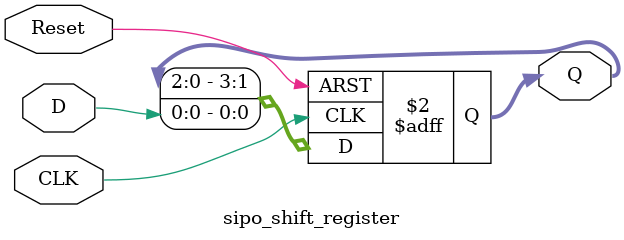
<source format=v>
module sipo_shift_register (
    input D, CLK, Reset,
    output reg [3:0] Q
);

always @(posedge CLK or posedge Reset) begin
    if (Reset)
        Q <= 4'b0000;             // Clear register
    else
        Q <= {Q[2:0], D};         // Shift left and insert new bit D
end

endmodule

</source>
